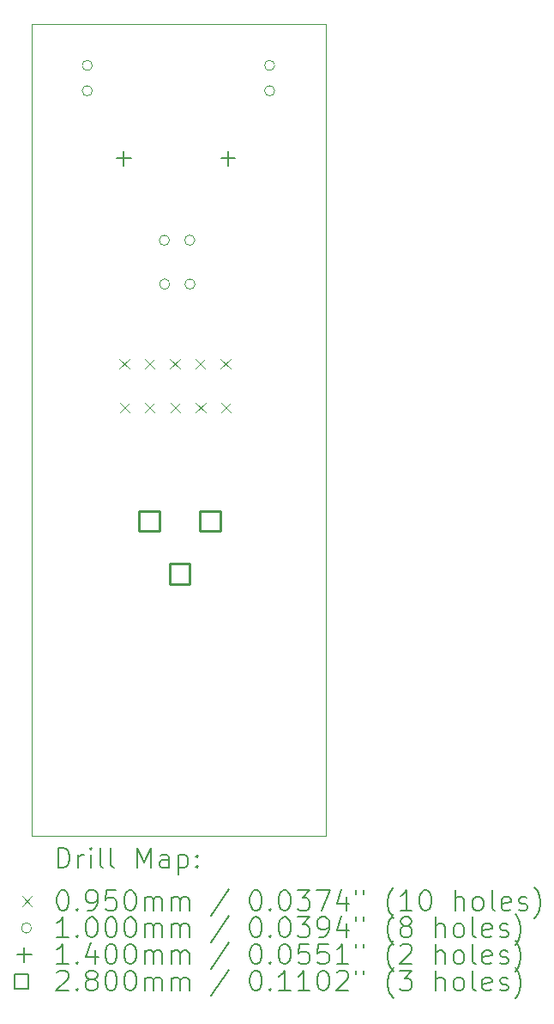
<source format=gbr>
%TF.GenerationSoftware,KiCad,Pcbnew,8.0.1*%
%TF.CreationDate,2024-12-04T21:12:48-05:00*%
%TF.ProjectId,solouno_sidepanel,736f6c6f-756e-46f5-9f73-69646570616e,rev?*%
%TF.SameCoordinates,Original*%
%TF.FileFunction,Drillmap*%
%TF.FilePolarity,Positive*%
%FSLAX45Y45*%
G04 Gerber Fmt 4.5, Leading zero omitted, Abs format (unit mm)*
G04 Created by KiCad (PCBNEW 8.0.1) date 2024-12-04 21:12:48*
%MOMM*%
%LPD*%
G01*
G04 APERTURE LIST*
%ADD10C,0.050000*%
%ADD11C,0.200000*%
%ADD12C,0.100000*%
%ADD13C,0.140000*%
%ADD14C,0.280000*%
G04 APERTURE END LIST*
D10*
X17529000Y-6355000D02*
X20429000Y-6355000D01*
X20429000Y-14355000D01*
X17529000Y-14355000D01*
X17529000Y-6355000D01*
D11*
D12*
X18395500Y-9653500D02*
X18490500Y-9748500D01*
X18490500Y-9653500D02*
X18395500Y-9748500D01*
X18398500Y-10086500D02*
X18493500Y-10181500D01*
X18493500Y-10086500D02*
X18398500Y-10181500D01*
X18645500Y-9653500D02*
X18740500Y-9748500D01*
X18740500Y-9653500D02*
X18645500Y-9748500D01*
X18648500Y-10086500D02*
X18743500Y-10181500D01*
X18743500Y-10086500D02*
X18648500Y-10181500D01*
X18895500Y-9653500D02*
X18990500Y-9748500D01*
X18990500Y-9653500D02*
X18895500Y-9748500D01*
X18898500Y-10086500D02*
X18993500Y-10181500D01*
X18993500Y-10086500D02*
X18898500Y-10181500D01*
X19145500Y-9653500D02*
X19240500Y-9748500D01*
X19240500Y-9653500D02*
X19145500Y-9748500D01*
X19148500Y-10086500D02*
X19243500Y-10181500D01*
X19243500Y-10086500D02*
X19148500Y-10181500D01*
X19395500Y-9653500D02*
X19490500Y-9748500D01*
X19490500Y-9653500D02*
X19395500Y-9748500D01*
X19398500Y-10086500D02*
X19493500Y-10181500D01*
X19493500Y-10086500D02*
X19398500Y-10181500D01*
X18127000Y-6760000D02*
G75*
G02*
X18027000Y-6760000I-50000J0D01*
G01*
X18027000Y-6760000D02*
G75*
G02*
X18127000Y-6760000I50000J0D01*
G01*
X18127000Y-7010000D02*
G75*
G02*
X18027000Y-7010000I-50000J0D01*
G01*
X18027000Y-7010000D02*
G75*
G02*
X18127000Y-7010000I50000J0D01*
G01*
X18888000Y-8483000D02*
G75*
G02*
X18788000Y-8483000I-50000J0D01*
G01*
X18788000Y-8483000D02*
G75*
G02*
X18888000Y-8483000I50000J0D01*
G01*
X18891000Y-8915000D02*
G75*
G02*
X18791000Y-8915000I-50000J0D01*
G01*
X18791000Y-8915000D02*
G75*
G02*
X18891000Y-8915000I50000J0D01*
G01*
X19138000Y-8483000D02*
G75*
G02*
X19038000Y-8483000I-50000J0D01*
G01*
X19038000Y-8483000D02*
G75*
G02*
X19138000Y-8483000I50000J0D01*
G01*
X19141000Y-8915000D02*
G75*
G02*
X19041000Y-8915000I-50000J0D01*
G01*
X19041000Y-8915000D02*
G75*
G02*
X19141000Y-8915000I50000J0D01*
G01*
X19927000Y-6760000D02*
G75*
G02*
X19827000Y-6760000I-50000J0D01*
G01*
X19827000Y-6760000D02*
G75*
G02*
X19927000Y-6760000I50000J0D01*
G01*
X19927000Y-7010000D02*
G75*
G02*
X19827000Y-7010000I-50000J0D01*
G01*
X19827000Y-7010000D02*
G75*
G02*
X19927000Y-7010000I50000J0D01*
G01*
D13*
X18438000Y-7607000D02*
X18438000Y-7747000D01*
X18368000Y-7677000D02*
X18508000Y-7677000D01*
X19469000Y-7607000D02*
X19469000Y-7747000D01*
X19399000Y-7677000D02*
X19539000Y-7677000D01*
D14*
X18788996Y-11349381D02*
X18788996Y-11151389D01*
X18591004Y-11151389D01*
X18591004Y-11349381D01*
X18788996Y-11349381D01*
X19088996Y-11868996D02*
X19088996Y-11671004D01*
X18891004Y-11671004D01*
X18891004Y-11868996D01*
X19088996Y-11868996D01*
X19388996Y-11349381D02*
X19388996Y-11151389D01*
X19191004Y-11151389D01*
X19191004Y-11349381D01*
X19388996Y-11349381D01*
D11*
X17787277Y-14668984D02*
X17787277Y-14468984D01*
X17787277Y-14468984D02*
X17834896Y-14468984D01*
X17834896Y-14468984D02*
X17863467Y-14478508D01*
X17863467Y-14478508D02*
X17882515Y-14497555D01*
X17882515Y-14497555D02*
X17892039Y-14516603D01*
X17892039Y-14516603D02*
X17901563Y-14554698D01*
X17901563Y-14554698D02*
X17901563Y-14583269D01*
X17901563Y-14583269D02*
X17892039Y-14621365D01*
X17892039Y-14621365D02*
X17882515Y-14640412D01*
X17882515Y-14640412D02*
X17863467Y-14659460D01*
X17863467Y-14659460D02*
X17834896Y-14668984D01*
X17834896Y-14668984D02*
X17787277Y-14668984D01*
X17987277Y-14668984D02*
X17987277Y-14535650D01*
X17987277Y-14573746D02*
X17996801Y-14554698D01*
X17996801Y-14554698D02*
X18006324Y-14545174D01*
X18006324Y-14545174D02*
X18025372Y-14535650D01*
X18025372Y-14535650D02*
X18044420Y-14535650D01*
X18111086Y-14668984D02*
X18111086Y-14535650D01*
X18111086Y-14468984D02*
X18101563Y-14478508D01*
X18101563Y-14478508D02*
X18111086Y-14488031D01*
X18111086Y-14488031D02*
X18120610Y-14478508D01*
X18120610Y-14478508D02*
X18111086Y-14468984D01*
X18111086Y-14468984D02*
X18111086Y-14488031D01*
X18234896Y-14668984D02*
X18215848Y-14659460D01*
X18215848Y-14659460D02*
X18206324Y-14640412D01*
X18206324Y-14640412D02*
X18206324Y-14468984D01*
X18339658Y-14668984D02*
X18320610Y-14659460D01*
X18320610Y-14659460D02*
X18311086Y-14640412D01*
X18311086Y-14640412D02*
X18311086Y-14468984D01*
X18568229Y-14668984D02*
X18568229Y-14468984D01*
X18568229Y-14468984D02*
X18634896Y-14611841D01*
X18634896Y-14611841D02*
X18701563Y-14468984D01*
X18701563Y-14468984D02*
X18701563Y-14668984D01*
X18882515Y-14668984D02*
X18882515Y-14564222D01*
X18882515Y-14564222D02*
X18872991Y-14545174D01*
X18872991Y-14545174D02*
X18853944Y-14535650D01*
X18853944Y-14535650D02*
X18815848Y-14535650D01*
X18815848Y-14535650D02*
X18796801Y-14545174D01*
X18882515Y-14659460D02*
X18863467Y-14668984D01*
X18863467Y-14668984D02*
X18815848Y-14668984D01*
X18815848Y-14668984D02*
X18796801Y-14659460D01*
X18796801Y-14659460D02*
X18787277Y-14640412D01*
X18787277Y-14640412D02*
X18787277Y-14621365D01*
X18787277Y-14621365D02*
X18796801Y-14602317D01*
X18796801Y-14602317D02*
X18815848Y-14592793D01*
X18815848Y-14592793D02*
X18863467Y-14592793D01*
X18863467Y-14592793D02*
X18882515Y-14583269D01*
X18977753Y-14535650D02*
X18977753Y-14735650D01*
X18977753Y-14545174D02*
X18996801Y-14535650D01*
X18996801Y-14535650D02*
X19034896Y-14535650D01*
X19034896Y-14535650D02*
X19053944Y-14545174D01*
X19053944Y-14545174D02*
X19063467Y-14554698D01*
X19063467Y-14554698D02*
X19072991Y-14573746D01*
X19072991Y-14573746D02*
X19072991Y-14630888D01*
X19072991Y-14630888D02*
X19063467Y-14649936D01*
X19063467Y-14649936D02*
X19053944Y-14659460D01*
X19053944Y-14659460D02*
X19034896Y-14668984D01*
X19034896Y-14668984D02*
X18996801Y-14668984D01*
X18996801Y-14668984D02*
X18977753Y-14659460D01*
X19158705Y-14649936D02*
X19168229Y-14659460D01*
X19168229Y-14659460D02*
X19158705Y-14668984D01*
X19158705Y-14668984D02*
X19149182Y-14659460D01*
X19149182Y-14659460D02*
X19158705Y-14649936D01*
X19158705Y-14649936D02*
X19158705Y-14668984D01*
X19158705Y-14545174D02*
X19168229Y-14554698D01*
X19168229Y-14554698D02*
X19158705Y-14564222D01*
X19158705Y-14564222D02*
X19149182Y-14554698D01*
X19149182Y-14554698D02*
X19158705Y-14545174D01*
X19158705Y-14545174D02*
X19158705Y-14564222D01*
D12*
X17431500Y-14950000D02*
X17526500Y-15045000D01*
X17526500Y-14950000D02*
X17431500Y-15045000D01*
D11*
X17825372Y-14888984D02*
X17844420Y-14888984D01*
X17844420Y-14888984D02*
X17863467Y-14898508D01*
X17863467Y-14898508D02*
X17872991Y-14908031D01*
X17872991Y-14908031D02*
X17882515Y-14927079D01*
X17882515Y-14927079D02*
X17892039Y-14965174D01*
X17892039Y-14965174D02*
X17892039Y-15012793D01*
X17892039Y-15012793D02*
X17882515Y-15050888D01*
X17882515Y-15050888D02*
X17872991Y-15069936D01*
X17872991Y-15069936D02*
X17863467Y-15079460D01*
X17863467Y-15079460D02*
X17844420Y-15088984D01*
X17844420Y-15088984D02*
X17825372Y-15088984D01*
X17825372Y-15088984D02*
X17806324Y-15079460D01*
X17806324Y-15079460D02*
X17796801Y-15069936D01*
X17796801Y-15069936D02*
X17787277Y-15050888D01*
X17787277Y-15050888D02*
X17777753Y-15012793D01*
X17777753Y-15012793D02*
X17777753Y-14965174D01*
X17777753Y-14965174D02*
X17787277Y-14927079D01*
X17787277Y-14927079D02*
X17796801Y-14908031D01*
X17796801Y-14908031D02*
X17806324Y-14898508D01*
X17806324Y-14898508D02*
X17825372Y-14888984D01*
X17977753Y-15069936D02*
X17987277Y-15079460D01*
X17987277Y-15079460D02*
X17977753Y-15088984D01*
X17977753Y-15088984D02*
X17968229Y-15079460D01*
X17968229Y-15079460D02*
X17977753Y-15069936D01*
X17977753Y-15069936D02*
X17977753Y-15088984D01*
X18082515Y-15088984D02*
X18120610Y-15088984D01*
X18120610Y-15088984D02*
X18139658Y-15079460D01*
X18139658Y-15079460D02*
X18149182Y-15069936D01*
X18149182Y-15069936D02*
X18168229Y-15041365D01*
X18168229Y-15041365D02*
X18177753Y-15003269D01*
X18177753Y-15003269D02*
X18177753Y-14927079D01*
X18177753Y-14927079D02*
X18168229Y-14908031D01*
X18168229Y-14908031D02*
X18158705Y-14898508D01*
X18158705Y-14898508D02*
X18139658Y-14888984D01*
X18139658Y-14888984D02*
X18101563Y-14888984D01*
X18101563Y-14888984D02*
X18082515Y-14898508D01*
X18082515Y-14898508D02*
X18072991Y-14908031D01*
X18072991Y-14908031D02*
X18063467Y-14927079D01*
X18063467Y-14927079D02*
X18063467Y-14974698D01*
X18063467Y-14974698D02*
X18072991Y-14993746D01*
X18072991Y-14993746D02*
X18082515Y-15003269D01*
X18082515Y-15003269D02*
X18101563Y-15012793D01*
X18101563Y-15012793D02*
X18139658Y-15012793D01*
X18139658Y-15012793D02*
X18158705Y-15003269D01*
X18158705Y-15003269D02*
X18168229Y-14993746D01*
X18168229Y-14993746D02*
X18177753Y-14974698D01*
X18358705Y-14888984D02*
X18263467Y-14888984D01*
X18263467Y-14888984D02*
X18253944Y-14984222D01*
X18253944Y-14984222D02*
X18263467Y-14974698D01*
X18263467Y-14974698D02*
X18282515Y-14965174D01*
X18282515Y-14965174D02*
X18330134Y-14965174D01*
X18330134Y-14965174D02*
X18349182Y-14974698D01*
X18349182Y-14974698D02*
X18358705Y-14984222D01*
X18358705Y-14984222D02*
X18368229Y-15003269D01*
X18368229Y-15003269D02*
X18368229Y-15050888D01*
X18368229Y-15050888D02*
X18358705Y-15069936D01*
X18358705Y-15069936D02*
X18349182Y-15079460D01*
X18349182Y-15079460D02*
X18330134Y-15088984D01*
X18330134Y-15088984D02*
X18282515Y-15088984D01*
X18282515Y-15088984D02*
X18263467Y-15079460D01*
X18263467Y-15079460D02*
X18253944Y-15069936D01*
X18492039Y-14888984D02*
X18511086Y-14888984D01*
X18511086Y-14888984D02*
X18530134Y-14898508D01*
X18530134Y-14898508D02*
X18539658Y-14908031D01*
X18539658Y-14908031D02*
X18549182Y-14927079D01*
X18549182Y-14927079D02*
X18558705Y-14965174D01*
X18558705Y-14965174D02*
X18558705Y-15012793D01*
X18558705Y-15012793D02*
X18549182Y-15050888D01*
X18549182Y-15050888D02*
X18539658Y-15069936D01*
X18539658Y-15069936D02*
X18530134Y-15079460D01*
X18530134Y-15079460D02*
X18511086Y-15088984D01*
X18511086Y-15088984D02*
X18492039Y-15088984D01*
X18492039Y-15088984D02*
X18472991Y-15079460D01*
X18472991Y-15079460D02*
X18463467Y-15069936D01*
X18463467Y-15069936D02*
X18453944Y-15050888D01*
X18453944Y-15050888D02*
X18444420Y-15012793D01*
X18444420Y-15012793D02*
X18444420Y-14965174D01*
X18444420Y-14965174D02*
X18453944Y-14927079D01*
X18453944Y-14927079D02*
X18463467Y-14908031D01*
X18463467Y-14908031D02*
X18472991Y-14898508D01*
X18472991Y-14898508D02*
X18492039Y-14888984D01*
X18644420Y-15088984D02*
X18644420Y-14955650D01*
X18644420Y-14974698D02*
X18653944Y-14965174D01*
X18653944Y-14965174D02*
X18672991Y-14955650D01*
X18672991Y-14955650D02*
X18701563Y-14955650D01*
X18701563Y-14955650D02*
X18720610Y-14965174D01*
X18720610Y-14965174D02*
X18730134Y-14984222D01*
X18730134Y-14984222D02*
X18730134Y-15088984D01*
X18730134Y-14984222D02*
X18739658Y-14965174D01*
X18739658Y-14965174D02*
X18758705Y-14955650D01*
X18758705Y-14955650D02*
X18787277Y-14955650D01*
X18787277Y-14955650D02*
X18806325Y-14965174D01*
X18806325Y-14965174D02*
X18815848Y-14984222D01*
X18815848Y-14984222D02*
X18815848Y-15088984D01*
X18911086Y-15088984D02*
X18911086Y-14955650D01*
X18911086Y-14974698D02*
X18920610Y-14965174D01*
X18920610Y-14965174D02*
X18939658Y-14955650D01*
X18939658Y-14955650D02*
X18968229Y-14955650D01*
X18968229Y-14955650D02*
X18987277Y-14965174D01*
X18987277Y-14965174D02*
X18996801Y-14984222D01*
X18996801Y-14984222D02*
X18996801Y-15088984D01*
X18996801Y-14984222D02*
X19006325Y-14965174D01*
X19006325Y-14965174D02*
X19025372Y-14955650D01*
X19025372Y-14955650D02*
X19053944Y-14955650D01*
X19053944Y-14955650D02*
X19072991Y-14965174D01*
X19072991Y-14965174D02*
X19082515Y-14984222D01*
X19082515Y-14984222D02*
X19082515Y-15088984D01*
X19472991Y-14879460D02*
X19301563Y-15136603D01*
X19730134Y-14888984D02*
X19749182Y-14888984D01*
X19749182Y-14888984D02*
X19768229Y-14898508D01*
X19768229Y-14898508D02*
X19777753Y-14908031D01*
X19777753Y-14908031D02*
X19787277Y-14927079D01*
X19787277Y-14927079D02*
X19796801Y-14965174D01*
X19796801Y-14965174D02*
X19796801Y-15012793D01*
X19796801Y-15012793D02*
X19787277Y-15050888D01*
X19787277Y-15050888D02*
X19777753Y-15069936D01*
X19777753Y-15069936D02*
X19768229Y-15079460D01*
X19768229Y-15079460D02*
X19749182Y-15088984D01*
X19749182Y-15088984D02*
X19730134Y-15088984D01*
X19730134Y-15088984D02*
X19711087Y-15079460D01*
X19711087Y-15079460D02*
X19701563Y-15069936D01*
X19701563Y-15069936D02*
X19692039Y-15050888D01*
X19692039Y-15050888D02*
X19682515Y-15012793D01*
X19682515Y-15012793D02*
X19682515Y-14965174D01*
X19682515Y-14965174D02*
X19692039Y-14927079D01*
X19692039Y-14927079D02*
X19701563Y-14908031D01*
X19701563Y-14908031D02*
X19711087Y-14898508D01*
X19711087Y-14898508D02*
X19730134Y-14888984D01*
X19882515Y-15069936D02*
X19892039Y-15079460D01*
X19892039Y-15079460D02*
X19882515Y-15088984D01*
X19882515Y-15088984D02*
X19872991Y-15079460D01*
X19872991Y-15079460D02*
X19882515Y-15069936D01*
X19882515Y-15069936D02*
X19882515Y-15088984D01*
X20015848Y-14888984D02*
X20034896Y-14888984D01*
X20034896Y-14888984D02*
X20053944Y-14898508D01*
X20053944Y-14898508D02*
X20063468Y-14908031D01*
X20063468Y-14908031D02*
X20072991Y-14927079D01*
X20072991Y-14927079D02*
X20082515Y-14965174D01*
X20082515Y-14965174D02*
X20082515Y-15012793D01*
X20082515Y-15012793D02*
X20072991Y-15050888D01*
X20072991Y-15050888D02*
X20063468Y-15069936D01*
X20063468Y-15069936D02*
X20053944Y-15079460D01*
X20053944Y-15079460D02*
X20034896Y-15088984D01*
X20034896Y-15088984D02*
X20015848Y-15088984D01*
X20015848Y-15088984D02*
X19996801Y-15079460D01*
X19996801Y-15079460D02*
X19987277Y-15069936D01*
X19987277Y-15069936D02*
X19977753Y-15050888D01*
X19977753Y-15050888D02*
X19968229Y-15012793D01*
X19968229Y-15012793D02*
X19968229Y-14965174D01*
X19968229Y-14965174D02*
X19977753Y-14927079D01*
X19977753Y-14927079D02*
X19987277Y-14908031D01*
X19987277Y-14908031D02*
X19996801Y-14898508D01*
X19996801Y-14898508D02*
X20015848Y-14888984D01*
X20149182Y-14888984D02*
X20272991Y-14888984D01*
X20272991Y-14888984D02*
X20206325Y-14965174D01*
X20206325Y-14965174D02*
X20234896Y-14965174D01*
X20234896Y-14965174D02*
X20253944Y-14974698D01*
X20253944Y-14974698D02*
X20263468Y-14984222D01*
X20263468Y-14984222D02*
X20272991Y-15003269D01*
X20272991Y-15003269D02*
X20272991Y-15050888D01*
X20272991Y-15050888D02*
X20263468Y-15069936D01*
X20263468Y-15069936D02*
X20253944Y-15079460D01*
X20253944Y-15079460D02*
X20234896Y-15088984D01*
X20234896Y-15088984D02*
X20177753Y-15088984D01*
X20177753Y-15088984D02*
X20158706Y-15079460D01*
X20158706Y-15079460D02*
X20149182Y-15069936D01*
X20339658Y-14888984D02*
X20472991Y-14888984D01*
X20472991Y-14888984D02*
X20387277Y-15088984D01*
X20634896Y-14955650D02*
X20634896Y-15088984D01*
X20587277Y-14879460D02*
X20539658Y-15022317D01*
X20539658Y-15022317D02*
X20663468Y-15022317D01*
X20730134Y-14888984D02*
X20730134Y-14927079D01*
X20806325Y-14888984D02*
X20806325Y-14927079D01*
X21101563Y-15165174D02*
X21092039Y-15155650D01*
X21092039Y-15155650D02*
X21072991Y-15127079D01*
X21072991Y-15127079D02*
X21063468Y-15108031D01*
X21063468Y-15108031D02*
X21053944Y-15079460D01*
X21053944Y-15079460D02*
X21044420Y-15031841D01*
X21044420Y-15031841D02*
X21044420Y-14993746D01*
X21044420Y-14993746D02*
X21053944Y-14946127D01*
X21053944Y-14946127D02*
X21063468Y-14917555D01*
X21063468Y-14917555D02*
X21072991Y-14898508D01*
X21072991Y-14898508D02*
X21092039Y-14869936D01*
X21092039Y-14869936D02*
X21101563Y-14860412D01*
X21282515Y-15088984D02*
X21168230Y-15088984D01*
X21225372Y-15088984D02*
X21225372Y-14888984D01*
X21225372Y-14888984D02*
X21206325Y-14917555D01*
X21206325Y-14917555D02*
X21187277Y-14936603D01*
X21187277Y-14936603D02*
X21168230Y-14946127D01*
X21406325Y-14888984D02*
X21425372Y-14888984D01*
X21425372Y-14888984D02*
X21444420Y-14898508D01*
X21444420Y-14898508D02*
X21453944Y-14908031D01*
X21453944Y-14908031D02*
X21463468Y-14927079D01*
X21463468Y-14927079D02*
X21472991Y-14965174D01*
X21472991Y-14965174D02*
X21472991Y-15012793D01*
X21472991Y-15012793D02*
X21463468Y-15050888D01*
X21463468Y-15050888D02*
X21453944Y-15069936D01*
X21453944Y-15069936D02*
X21444420Y-15079460D01*
X21444420Y-15079460D02*
X21425372Y-15088984D01*
X21425372Y-15088984D02*
X21406325Y-15088984D01*
X21406325Y-15088984D02*
X21387277Y-15079460D01*
X21387277Y-15079460D02*
X21377753Y-15069936D01*
X21377753Y-15069936D02*
X21368230Y-15050888D01*
X21368230Y-15050888D02*
X21358706Y-15012793D01*
X21358706Y-15012793D02*
X21358706Y-14965174D01*
X21358706Y-14965174D02*
X21368230Y-14927079D01*
X21368230Y-14927079D02*
X21377753Y-14908031D01*
X21377753Y-14908031D02*
X21387277Y-14898508D01*
X21387277Y-14898508D02*
X21406325Y-14888984D01*
X21711087Y-15088984D02*
X21711087Y-14888984D01*
X21796801Y-15088984D02*
X21796801Y-14984222D01*
X21796801Y-14984222D02*
X21787277Y-14965174D01*
X21787277Y-14965174D02*
X21768230Y-14955650D01*
X21768230Y-14955650D02*
X21739658Y-14955650D01*
X21739658Y-14955650D02*
X21720611Y-14965174D01*
X21720611Y-14965174D02*
X21711087Y-14974698D01*
X21920611Y-15088984D02*
X21901563Y-15079460D01*
X21901563Y-15079460D02*
X21892039Y-15069936D01*
X21892039Y-15069936D02*
X21882515Y-15050888D01*
X21882515Y-15050888D02*
X21882515Y-14993746D01*
X21882515Y-14993746D02*
X21892039Y-14974698D01*
X21892039Y-14974698D02*
X21901563Y-14965174D01*
X21901563Y-14965174D02*
X21920611Y-14955650D01*
X21920611Y-14955650D02*
X21949182Y-14955650D01*
X21949182Y-14955650D02*
X21968230Y-14965174D01*
X21968230Y-14965174D02*
X21977753Y-14974698D01*
X21977753Y-14974698D02*
X21987277Y-14993746D01*
X21987277Y-14993746D02*
X21987277Y-15050888D01*
X21987277Y-15050888D02*
X21977753Y-15069936D01*
X21977753Y-15069936D02*
X21968230Y-15079460D01*
X21968230Y-15079460D02*
X21949182Y-15088984D01*
X21949182Y-15088984D02*
X21920611Y-15088984D01*
X22101563Y-15088984D02*
X22082515Y-15079460D01*
X22082515Y-15079460D02*
X22072992Y-15060412D01*
X22072992Y-15060412D02*
X22072992Y-14888984D01*
X22253944Y-15079460D02*
X22234896Y-15088984D01*
X22234896Y-15088984D02*
X22196801Y-15088984D01*
X22196801Y-15088984D02*
X22177753Y-15079460D01*
X22177753Y-15079460D02*
X22168230Y-15060412D01*
X22168230Y-15060412D02*
X22168230Y-14984222D01*
X22168230Y-14984222D02*
X22177753Y-14965174D01*
X22177753Y-14965174D02*
X22196801Y-14955650D01*
X22196801Y-14955650D02*
X22234896Y-14955650D01*
X22234896Y-14955650D02*
X22253944Y-14965174D01*
X22253944Y-14965174D02*
X22263468Y-14984222D01*
X22263468Y-14984222D02*
X22263468Y-15003269D01*
X22263468Y-15003269D02*
X22168230Y-15022317D01*
X22339658Y-15079460D02*
X22358706Y-15088984D01*
X22358706Y-15088984D02*
X22396801Y-15088984D01*
X22396801Y-15088984D02*
X22415849Y-15079460D01*
X22415849Y-15079460D02*
X22425372Y-15060412D01*
X22425372Y-15060412D02*
X22425372Y-15050888D01*
X22425372Y-15050888D02*
X22415849Y-15031841D01*
X22415849Y-15031841D02*
X22396801Y-15022317D01*
X22396801Y-15022317D02*
X22368230Y-15022317D01*
X22368230Y-15022317D02*
X22349182Y-15012793D01*
X22349182Y-15012793D02*
X22339658Y-14993746D01*
X22339658Y-14993746D02*
X22339658Y-14984222D01*
X22339658Y-14984222D02*
X22349182Y-14965174D01*
X22349182Y-14965174D02*
X22368230Y-14955650D01*
X22368230Y-14955650D02*
X22396801Y-14955650D01*
X22396801Y-14955650D02*
X22415849Y-14965174D01*
X22492039Y-15165174D02*
X22501563Y-15155650D01*
X22501563Y-15155650D02*
X22520611Y-15127079D01*
X22520611Y-15127079D02*
X22530134Y-15108031D01*
X22530134Y-15108031D02*
X22539658Y-15079460D01*
X22539658Y-15079460D02*
X22549182Y-15031841D01*
X22549182Y-15031841D02*
X22549182Y-14993746D01*
X22549182Y-14993746D02*
X22539658Y-14946127D01*
X22539658Y-14946127D02*
X22530134Y-14917555D01*
X22530134Y-14917555D02*
X22520611Y-14898508D01*
X22520611Y-14898508D02*
X22501563Y-14869936D01*
X22501563Y-14869936D02*
X22492039Y-14860412D01*
D12*
X17526500Y-15261500D02*
G75*
G02*
X17426500Y-15261500I-50000J0D01*
G01*
X17426500Y-15261500D02*
G75*
G02*
X17526500Y-15261500I50000J0D01*
G01*
D11*
X17892039Y-15352984D02*
X17777753Y-15352984D01*
X17834896Y-15352984D02*
X17834896Y-15152984D01*
X17834896Y-15152984D02*
X17815848Y-15181555D01*
X17815848Y-15181555D02*
X17796801Y-15200603D01*
X17796801Y-15200603D02*
X17777753Y-15210127D01*
X17977753Y-15333936D02*
X17987277Y-15343460D01*
X17987277Y-15343460D02*
X17977753Y-15352984D01*
X17977753Y-15352984D02*
X17968229Y-15343460D01*
X17968229Y-15343460D02*
X17977753Y-15333936D01*
X17977753Y-15333936D02*
X17977753Y-15352984D01*
X18111086Y-15152984D02*
X18130134Y-15152984D01*
X18130134Y-15152984D02*
X18149182Y-15162508D01*
X18149182Y-15162508D02*
X18158705Y-15172031D01*
X18158705Y-15172031D02*
X18168229Y-15191079D01*
X18168229Y-15191079D02*
X18177753Y-15229174D01*
X18177753Y-15229174D02*
X18177753Y-15276793D01*
X18177753Y-15276793D02*
X18168229Y-15314888D01*
X18168229Y-15314888D02*
X18158705Y-15333936D01*
X18158705Y-15333936D02*
X18149182Y-15343460D01*
X18149182Y-15343460D02*
X18130134Y-15352984D01*
X18130134Y-15352984D02*
X18111086Y-15352984D01*
X18111086Y-15352984D02*
X18092039Y-15343460D01*
X18092039Y-15343460D02*
X18082515Y-15333936D01*
X18082515Y-15333936D02*
X18072991Y-15314888D01*
X18072991Y-15314888D02*
X18063467Y-15276793D01*
X18063467Y-15276793D02*
X18063467Y-15229174D01*
X18063467Y-15229174D02*
X18072991Y-15191079D01*
X18072991Y-15191079D02*
X18082515Y-15172031D01*
X18082515Y-15172031D02*
X18092039Y-15162508D01*
X18092039Y-15162508D02*
X18111086Y-15152984D01*
X18301563Y-15152984D02*
X18320610Y-15152984D01*
X18320610Y-15152984D02*
X18339658Y-15162508D01*
X18339658Y-15162508D02*
X18349182Y-15172031D01*
X18349182Y-15172031D02*
X18358705Y-15191079D01*
X18358705Y-15191079D02*
X18368229Y-15229174D01*
X18368229Y-15229174D02*
X18368229Y-15276793D01*
X18368229Y-15276793D02*
X18358705Y-15314888D01*
X18358705Y-15314888D02*
X18349182Y-15333936D01*
X18349182Y-15333936D02*
X18339658Y-15343460D01*
X18339658Y-15343460D02*
X18320610Y-15352984D01*
X18320610Y-15352984D02*
X18301563Y-15352984D01*
X18301563Y-15352984D02*
X18282515Y-15343460D01*
X18282515Y-15343460D02*
X18272991Y-15333936D01*
X18272991Y-15333936D02*
X18263467Y-15314888D01*
X18263467Y-15314888D02*
X18253944Y-15276793D01*
X18253944Y-15276793D02*
X18253944Y-15229174D01*
X18253944Y-15229174D02*
X18263467Y-15191079D01*
X18263467Y-15191079D02*
X18272991Y-15172031D01*
X18272991Y-15172031D02*
X18282515Y-15162508D01*
X18282515Y-15162508D02*
X18301563Y-15152984D01*
X18492039Y-15152984D02*
X18511086Y-15152984D01*
X18511086Y-15152984D02*
X18530134Y-15162508D01*
X18530134Y-15162508D02*
X18539658Y-15172031D01*
X18539658Y-15172031D02*
X18549182Y-15191079D01*
X18549182Y-15191079D02*
X18558705Y-15229174D01*
X18558705Y-15229174D02*
X18558705Y-15276793D01*
X18558705Y-15276793D02*
X18549182Y-15314888D01*
X18549182Y-15314888D02*
X18539658Y-15333936D01*
X18539658Y-15333936D02*
X18530134Y-15343460D01*
X18530134Y-15343460D02*
X18511086Y-15352984D01*
X18511086Y-15352984D02*
X18492039Y-15352984D01*
X18492039Y-15352984D02*
X18472991Y-15343460D01*
X18472991Y-15343460D02*
X18463467Y-15333936D01*
X18463467Y-15333936D02*
X18453944Y-15314888D01*
X18453944Y-15314888D02*
X18444420Y-15276793D01*
X18444420Y-15276793D02*
X18444420Y-15229174D01*
X18444420Y-15229174D02*
X18453944Y-15191079D01*
X18453944Y-15191079D02*
X18463467Y-15172031D01*
X18463467Y-15172031D02*
X18472991Y-15162508D01*
X18472991Y-15162508D02*
X18492039Y-15152984D01*
X18644420Y-15352984D02*
X18644420Y-15219650D01*
X18644420Y-15238698D02*
X18653944Y-15229174D01*
X18653944Y-15229174D02*
X18672991Y-15219650D01*
X18672991Y-15219650D02*
X18701563Y-15219650D01*
X18701563Y-15219650D02*
X18720610Y-15229174D01*
X18720610Y-15229174D02*
X18730134Y-15248222D01*
X18730134Y-15248222D02*
X18730134Y-15352984D01*
X18730134Y-15248222D02*
X18739658Y-15229174D01*
X18739658Y-15229174D02*
X18758705Y-15219650D01*
X18758705Y-15219650D02*
X18787277Y-15219650D01*
X18787277Y-15219650D02*
X18806325Y-15229174D01*
X18806325Y-15229174D02*
X18815848Y-15248222D01*
X18815848Y-15248222D02*
X18815848Y-15352984D01*
X18911086Y-15352984D02*
X18911086Y-15219650D01*
X18911086Y-15238698D02*
X18920610Y-15229174D01*
X18920610Y-15229174D02*
X18939658Y-15219650D01*
X18939658Y-15219650D02*
X18968229Y-15219650D01*
X18968229Y-15219650D02*
X18987277Y-15229174D01*
X18987277Y-15229174D02*
X18996801Y-15248222D01*
X18996801Y-15248222D02*
X18996801Y-15352984D01*
X18996801Y-15248222D02*
X19006325Y-15229174D01*
X19006325Y-15229174D02*
X19025372Y-15219650D01*
X19025372Y-15219650D02*
X19053944Y-15219650D01*
X19053944Y-15219650D02*
X19072991Y-15229174D01*
X19072991Y-15229174D02*
X19082515Y-15248222D01*
X19082515Y-15248222D02*
X19082515Y-15352984D01*
X19472991Y-15143460D02*
X19301563Y-15400603D01*
X19730134Y-15152984D02*
X19749182Y-15152984D01*
X19749182Y-15152984D02*
X19768229Y-15162508D01*
X19768229Y-15162508D02*
X19777753Y-15172031D01*
X19777753Y-15172031D02*
X19787277Y-15191079D01*
X19787277Y-15191079D02*
X19796801Y-15229174D01*
X19796801Y-15229174D02*
X19796801Y-15276793D01*
X19796801Y-15276793D02*
X19787277Y-15314888D01*
X19787277Y-15314888D02*
X19777753Y-15333936D01*
X19777753Y-15333936D02*
X19768229Y-15343460D01*
X19768229Y-15343460D02*
X19749182Y-15352984D01*
X19749182Y-15352984D02*
X19730134Y-15352984D01*
X19730134Y-15352984D02*
X19711087Y-15343460D01*
X19711087Y-15343460D02*
X19701563Y-15333936D01*
X19701563Y-15333936D02*
X19692039Y-15314888D01*
X19692039Y-15314888D02*
X19682515Y-15276793D01*
X19682515Y-15276793D02*
X19682515Y-15229174D01*
X19682515Y-15229174D02*
X19692039Y-15191079D01*
X19692039Y-15191079D02*
X19701563Y-15172031D01*
X19701563Y-15172031D02*
X19711087Y-15162508D01*
X19711087Y-15162508D02*
X19730134Y-15152984D01*
X19882515Y-15333936D02*
X19892039Y-15343460D01*
X19892039Y-15343460D02*
X19882515Y-15352984D01*
X19882515Y-15352984D02*
X19872991Y-15343460D01*
X19872991Y-15343460D02*
X19882515Y-15333936D01*
X19882515Y-15333936D02*
X19882515Y-15352984D01*
X20015848Y-15152984D02*
X20034896Y-15152984D01*
X20034896Y-15152984D02*
X20053944Y-15162508D01*
X20053944Y-15162508D02*
X20063468Y-15172031D01*
X20063468Y-15172031D02*
X20072991Y-15191079D01*
X20072991Y-15191079D02*
X20082515Y-15229174D01*
X20082515Y-15229174D02*
X20082515Y-15276793D01*
X20082515Y-15276793D02*
X20072991Y-15314888D01*
X20072991Y-15314888D02*
X20063468Y-15333936D01*
X20063468Y-15333936D02*
X20053944Y-15343460D01*
X20053944Y-15343460D02*
X20034896Y-15352984D01*
X20034896Y-15352984D02*
X20015848Y-15352984D01*
X20015848Y-15352984D02*
X19996801Y-15343460D01*
X19996801Y-15343460D02*
X19987277Y-15333936D01*
X19987277Y-15333936D02*
X19977753Y-15314888D01*
X19977753Y-15314888D02*
X19968229Y-15276793D01*
X19968229Y-15276793D02*
X19968229Y-15229174D01*
X19968229Y-15229174D02*
X19977753Y-15191079D01*
X19977753Y-15191079D02*
X19987277Y-15172031D01*
X19987277Y-15172031D02*
X19996801Y-15162508D01*
X19996801Y-15162508D02*
X20015848Y-15152984D01*
X20149182Y-15152984D02*
X20272991Y-15152984D01*
X20272991Y-15152984D02*
X20206325Y-15229174D01*
X20206325Y-15229174D02*
X20234896Y-15229174D01*
X20234896Y-15229174D02*
X20253944Y-15238698D01*
X20253944Y-15238698D02*
X20263468Y-15248222D01*
X20263468Y-15248222D02*
X20272991Y-15267269D01*
X20272991Y-15267269D02*
X20272991Y-15314888D01*
X20272991Y-15314888D02*
X20263468Y-15333936D01*
X20263468Y-15333936D02*
X20253944Y-15343460D01*
X20253944Y-15343460D02*
X20234896Y-15352984D01*
X20234896Y-15352984D02*
X20177753Y-15352984D01*
X20177753Y-15352984D02*
X20158706Y-15343460D01*
X20158706Y-15343460D02*
X20149182Y-15333936D01*
X20368229Y-15352984D02*
X20406325Y-15352984D01*
X20406325Y-15352984D02*
X20425372Y-15343460D01*
X20425372Y-15343460D02*
X20434896Y-15333936D01*
X20434896Y-15333936D02*
X20453944Y-15305365D01*
X20453944Y-15305365D02*
X20463468Y-15267269D01*
X20463468Y-15267269D02*
X20463468Y-15191079D01*
X20463468Y-15191079D02*
X20453944Y-15172031D01*
X20453944Y-15172031D02*
X20444420Y-15162508D01*
X20444420Y-15162508D02*
X20425372Y-15152984D01*
X20425372Y-15152984D02*
X20387277Y-15152984D01*
X20387277Y-15152984D02*
X20368229Y-15162508D01*
X20368229Y-15162508D02*
X20358706Y-15172031D01*
X20358706Y-15172031D02*
X20349182Y-15191079D01*
X20349182Y-15191079D02*
X20349182Y-15238698D01*
X20349182Y-15238698D02*
X20358706Y-15257746D01*
X20358706Y-15257746D02*
X20368229Y-15267269D01*
X20368229Y-15267269D02*
X20387277Y-15276793D01*
X20387277Y-15276793D02*
X20425372Y-15276793D01*
X20425372Y-15276793D02*
X20444420Y-15267269D01*
X20444420Y-15267269D02*
X20453944Y-15257746D01*
X20453944Y-15257746D02*
X20463468Y-15238698D01*
X20634896Y-15219650D02*
X20634896Y-15352984D01*
X20587277Y-15143460D02*
X20539658Y-15286317D01*
X20539658Y-15286317D02*
X20663468Y-15286317D01*
X20730134Y-15152984D02*
X20730134Y-15191079D01*
X20806325Y-15152984D02*
X20806325Y-15191079D01*
X21101563Y-15429174D02*
X21092039Y-15419650D01*
X21092039Y-15419650D02*
X21072991Y-15391079D01*
X21072991Y-15391079D02*
X21063468Y-15372031D01*
X21063468Y-15372031D02*
X21053944Y-15343460D01*
X21053944Y-15343460D02*
X21044420Y-15295841D01*
X21044420Y-15295841D02*
X21044420Y-15257746D01*
X21044420Y-15257746D02*
X21053944Y-15210127D01*
X21053944Y-15210127D02*
X21063468Y-15181555D01*
X21063468Y-15181555D02*
X21072991Y-15162508D01*
X21072991Y-15162508D02*
X21092039Y-15133936D01*
X21092039Y-15133936D02*
X21101563Y-15124412D01*
X21206325Y-15238698D02*
X21187277Y-15229174D01*
X21187277Y-15229174D02*
X21177753Y-15219650D01*
X21177753Y-15219650D02*
X21168230Y-15200603D01*
X21168230Y-15200603D02*
X21168230Y-15191079D01*
X21168230Y-15191079D02*
X21177753Y-15172031D01*
X21177753Y-15172031D02*
X21187277Y-15162508D01*
X21187277Y-15162508D02*
X21206325Y-15152984D01*
X21206325Y-15152984D02*
X21244420Y-15152984D01*
X21244420Y-15152984D02*
X21263468Y-15162508D01*
X21263468Y-15162508D02*
X21272991Y-15172031D01*
X21272991Y-15172031D02*
X21282515Y-15191079D01*
X21282515Y-15191079D02*
X21282515Y-15200603D01*
X21282515Y-15200603D02*
X21272991Y-15219650D01*
X21272991Y-15219650D02*
X21263468Y-15229174D01*
X21263468Y-15229174D02*
X21244420Y-15238698D01*
X21244420Y-15238698D02*
X21206325Y-15238698D01*
X21206325Y-15238698D02*
X21187277Y-15248222D01*
X21187277Y-15248222D02*
X21177753Y-15257746D01*
X21177753Y-15257746D02*
X21168230Y-15276793D01*
X21168230Y-15276793D02*
X21168230Y-15314888D01*
X21168230Y-15314888D02*
X21177753Y-15333936D01*
X21177753Y-15333936D02*
X21187277Y-15343460D01*
X21187277Y-15343460D02*
X21206325Y-15352984D01*
X21206325Y-15352984D02*
X21244420Y-15352984D01*
X21244420Y-15352984D02*
X21263468Y-15343460D01*
X21263468Y-15343460D02*
X21272991Y-15333936D01*
X21272991Y-15333936D02*
X21282515Y-15314888D01*
X21282515Y-15314888D02*
X21282515Y-15276793D01*
X21282515Y-15276793D02*
X21272991Y-15257746D01*
X21272991Y-15257746D02*
X21263468Y-15248222D01*
X21263468Y-15248222D02*
X21244420Y-15238698D01*
X21520611Y-15352984D02*
X21520611Y-15152984D01*
X21606325Y-15352984D02*
X21606325Y-15248222D01*
X21606325Y-15248222D02*
X21596801Y-15229174D01*
X21596801Y-15229174D02*
X21577753Y-15219650D01*
X21577753Y-15219650D02*
X21549182Y-15219650D01*
X21549182Y-15219650D02*
X21530134Y-15229174D01*
X21530134Y-15229174D02*
X21520611Y-15238698D01*
X21730134Y-15352984D02*
X21711087Y-15343460D01*
X21711087Y-15343460D02*
X21701563Y-15333936D01*
X21701563Y-15333936D02*
X21692039Y-15314888D01*
X21692039Y-15314888D02*
X21692039Y-15257746D01*
X21692039Y-15257746D02*
X21701563Y-15238698D01*
X21701563Y-15238698D02*
X21711087Y-15229174D01*
X21711087Y-15229174D02*
X21730134Y-15219650D01*
X21730134Y-15219650D02*
X21758706Y-15219650D01*
X21758706Y-15219650D02*
X21777753Y-15229174D01*
X21777753Y-15229174D02*
X21787277Y-15238698D01*
X21787277Y-15238698D02*
X21796801Y-15257746D01*
X21796801Y-15257746D02*
X21796801Y-15314888D01*
X21796801Y-15314888D02*
X21787277Y-15333936D01*
X21787277Y-15333936D02*
X21777753Y-15343460D01*
X21777753Y-15343460D02*
X21758706Y-15352984D01*
X21758706Y-15352984D02*
X21730134Y-15352984D01*
X21911087Y-15352984D02*
X21892039Y-15343460D01*
X21892039Y-15343460D02*
X21882515Y-15324412D01*
X21882515Y-15324412D02*
X21882515Y-15152984D01*
X22063468Y-15343460D02*
X22044420Y-15352984D01*
X22044420Y-15352984D02*
X22006325Y-15352984D01*
X22006325Y-15352984D02*
X21987277Y-15343460D01*
X21987277Y-15343460D02*
X21977753Y-15324412D01*
X21977753Y-15324412D02*
X21977753Y-15248222D01*
X21977753Y-15248222D02*
X21987277Y-15229174D01*
X21987277Y-15229174D02*
X22006325Y-15219650D01*
X22006325Y-15219650D02*
X22044420Y-15219650D01*
X22044420Y-15219650D02*
X22063468Y-15229174D01*
X22063468Y-15229174D02*
X22072992Y-15248222D01*
X22072992Y-15248222D02*
X22072992Y-15267269D01*
X22072992Y-15267269D02*
X21977753Y-15286317D01*
X22149182Y-15343460D02*
X22168230Y-15352984D01*
X22168230Y-15352984D02*
X22206325Y-15352984D01*
X22206325Y-15352984D02*
X22225373Y-15343460D01*
X22225373Y-15343460D02*
X22234896Y-15324412D01*
X22234896Y-15324412D02*
X22234896Y-15314888D01*
X22234896Y-15314888D02*
X22225373Y-15295841D01*
X22225373Y-15295841D02*
X22206325Y-15286317D01*
X22206325Y-15286317D02*
X22177753Y-15286317D01*
X22177753Y-15286317D02*
X22158706Y-15276793D01*
X22158706Y-15276793D02*
X22149182Y-15257746D01*
X22149182Y-15257746D02*
X22149182Y-15248222D01*
X22149182Y-15248222D02*
X22158706Y-15229174D01*
X22158706Y-15229174D02*
X22177753Y-15219650D01*
X22177753Y-15219650D02*
X22206325Y-15219650D01*
X22206325Y-15219650D02*
X22225373Y-15229174D01*
X22301563Y-15429174D02*
X22311087Y-15419650D01*
X22311087Y-15419650D02*
X22330134Y-15391079D01*
X22330134Y-15391079D02*
X22339658Y-15372031D01*
X22339658Y-15372031D02*
X22349182Y-15343460D01*
X22349182Y-15343460D02*
X22358706Y-15295841D01*
X22358706Y-15295841D02*
X22358706Y-15257746D01*
X22358706Y-15257746D02*
X22349182Y-15210127D01*
X22349182Y-15210127D02*
X22339658Y-15181555D01*
X22339658Y-15181555D02*
X22330134Y-15162508D01*
X22330134Y-15162508D02*
X22311087Y-15133936D01*
X22311087Y-15133936D02*
X22301563Y-15124412D01*
D13*
X17456500Y-15455500D02*
X17456500Y-15595500D01*
X17386500Y-15525500D02*
X17526500Y-15525500D01*
D11*
X17892039Y-15616984D02*
X17777753Y-15616984D01*
X17834896Y-15616984D02*
X17834896Y-15416984D01*
X17834896Y-15416984D02*
X17815848Y-15445555D01*
X17815848Y-15445555D02*
X17796801Y-15464603D01*
X17796801Y-15464603D02*
X17777753Y-15474127D01*
X17977753Y-15597936D02*
X17987277Y-15607460D01*
X17987277Y-15607460D02*
X17977753Y-15616984D01*
X17977753Y-15616984D02*
X17968229Y-15607460D01*
X17968229Y-15607460D02*
X17977753Y-15597936D01*
X17977753Y-15597936D02*
X17977753Y-15616984D01*
X18158705Y-15483650D02*
X18158705Y-15616984D01*
X18111086Y-15407460D02*
X18063467Y-15550317D01*
X18063467Y-15550317D02*
X18187277Y-15550317D01*
X18301563Y-15416984D02*
X18320610Y-15416984D01*
X18320610Y-15416984D02*
X18339658Y-15426508D01*
X18339658Y-15426508D02*
X18349182Y-15436031D01*
X18349182Y-15436031D02*
X18358705Y-15455079D01*
X18358705Y-15455079D02*
X18368229Y-15493174D01*
X18368229Y-15493174D02*
X18368229Y-15540793D01*
X18368229Y-15540793D02*
X18358705Y-15578888D01*
X18358705Y-15578888D02*
X18349182Y-15597936D01*
X18349182Y-15597936D02*
X18339658Y-15607460D01*
X18339658Y-15607460D02*
X18320610Y-15616984D01*
X18320610Y-15616984D02*
X18301563Y-15616984D01*
X18301563Y-15616984D02*
X18282515Y-15607460D01*
X18282515Y-15607460D02*
X18272991Y-15597936D01*
X18272991Y-15597936D02*
X18263467Y-15578888D01*
X18263467Y-15578888D02*
X18253944Y-15540793D01*
X18253944Y-15540793D02*
X18253944Y-15493174D01*
X18253944Y-15493174D02*
X18263467Y-15455079D01*
X18263467Y-15455079D02*
X18272991Y-15436031D01*
X18272991Y-15436031D02*
X18282515Y-15426508D01*
X18282515Y-15426508D02*
X18301563Y-15416984D01*
X18492039Y-15416984D02*
X18511086Y-15416984D01*
X18511086Y-15416984D02*
X18530134Y-15426508D01*
X18530134Y-15426508D02*
X18539658Y-15436031D01*
X18539658Y-15436031D02*
X18549182Y-15455079D01*
X18549182Y-15455079D02*
X18558705Y-15493174D01*
X18558705Y-15493174D02*
X18558705Y-15540793D01*
X18558705Y-15540793D02*
X18549182Y-15578888D01*
X18549182Y-15578888D02*
X18539658Y-15597936D01*
X18539658Y-15597936D02*
X18530134Y-15607460D01*
X18530134Y-15607460D02*
X18511086Y-15616984D01*
X18511086Y-15616984D02*
X18492039Y-15616984D01*
X18492039Y-15616984D02*
X18472991Y-15607460D01*
X18472991Y-15607460D02*
X18463467Y-15597936D01*
X18463467Y-15597936D02*
X18453944Y-15578888D01*
X18453944Y-15578888D02*
X18444420Y-15540793D01*
X18444420Y-15540793D02*
X18444420Y-15493174D01*
X18444420Y-15493174D02*
X18453944Y-15455079D01*
X18453944Y-15455079D02*
X18463467Y-15436031D01*
X18463467Y-15436031D02*
X18472991Y-15426508D01*
X18472991Y-15426508D02*
X18492039Y-15416984D01*
X18644420Y-15616984D02*
X18644420Y-15483650D01*
X18644420Y-15502698D02*
X18653944Y-15493174D01*
X18653944Y-15493174D02*
X18672991Y-15483650D01*
X18672991Y-15483650D02*
X18701563Y-15483650D01*
X18701563Y-15483650D02*
X18720610Y-15493174D01*
X18720610Y-15493174D02*
X18730134Y-15512222D01*
X18730134Y-15512222D02*
X18730134Y-15616984D01*
X18730134Y-15512222D02*
X18739658Y-15493174D01*
X18739658Y-15493174D02*
X18758705Y-15483650D01*
X18758705Y-15483650D02*
X18787277Y-15483650D01*
X18787277Y-15483650D02*
X18806325Y-15493174D01*
X18806325Y-15493174D02*
X18815848Y-15512222D01*
X18815848Y-15512222D02*
X18815848Y-15616984D01*
X18911086Y-15616984D02*
X18911086Y-15483650D01*
X18911086Y-15502698D02*
X18920610Y-15493174D01*
X18920610Y-15493174D02*
X18939658Y-15483650D01*
X18939658Y-15483650D02*
X18968229Y-15483650D01*
X18968229Y-15483650D02*
X18987277Y-15493174D01*
X18987277Y-15493174D02*
X18996801Y-15512222D01*
X18996801Y-15512222D02*
X18996801Y-15616984D01*
X18996801Y-15512222D02*
X19006325Y-15493174D01*
X19006325Y-15493174D02*
X19025372Y-15483650D01*
X19025372Y-15483650D02*
X19053944Y-15483650D01*
X19053944Y-15483650D02*
X19072991Y-15493174D01*
X19072991Y-15493174D02*
X19082515Y-15512222D01*
X19082515Y-15512222D02*
X19082515Y-15616984D01*
X19472991Y-15407460D02*
X19301563Y-15664603D01*
X19730134Y-15416984D02*
X19749182Y-15416984D01*
X19749182Y-15416984D02*
X19768229Y-15426508D01*
X19768229Y-15426508D02*
X19777753Y-15436031D01*
X19777753Y-15436031D02*
X19787277Y-15455079D01*
X19787277Y-15455079D02*
X19796801Y-15493174D01*
X19796801Y-15493174D02*
X19796801Y-15540793D01*
X19796801Y-15540793D02*
X19787277Y-15578888D01*
X19787277Y-15578888D02*
X19777753Y-15597936D01*
X19777753Y-15597936D02*
X19768229Y-15607460D01*
X19768229Y-15607460D02*
X19749182Y-15616984D01*
X19749182Y-15616984D02*
X19730134Y-15616984D01*
X19730134Y-15616984D02*
X19711087Y-15607460D01*
X19711087Y-15607460D02*
X19701563Y-15597936D01*
X19701563Y-15597936D02*
X19692039Y-15578888D01*
X19692039Y-15578888D02*
X19682515Y-15540793D01*
X19682515Y-15540793D02*
X19682515Y-15493174D01*
X19682515Y-15493174D02*
X19692039Y-15455079D01*
X19692039Y-15455079D02*
X19701563Y-15436031D01*
X19701563Y-15436031D02*
X19711087Y-15426508D01*
X19711087Y-15426508D02*
X19730134Y-15416984D01*
X19882515Y-15597936D02*
X19892039Y-15607460D01*
X19892039Y-15607460D02*
X19882515Y-15616984D01*
X19882515Y-15616984D02*
X19872991Y-15607460D01*
X19872991Y-15607460D02*
X19882515Y-15597936D01*
X19882515Y-15597936D02*
X19882515Y-15616984D01*
X20015848Y-15416984D02*
X20034896Y-15416984D01*
X20034896Y-15416984D02*
X20053944Y-15426508D01*
X20053944Y-15426508D02*
X20063468Y-15436031D01*
X20063468Y-15436031D02*
X20072991Y-15455079D01*
X20072991Y-15455079D02*
X20082515Y-15493174D01*
X20082515Y-15493174D02*
X20082515Y-15540793D01*
X20082515Y-15540793D02*
X20072991Y-15578888D01*
X20072991Y-15578888D02*
X20063468Y-15597936D01*
X20063468Y-15597936D02*
X20053944Y-15607460D01*
X20053944Y-15607460D02*
X20034896Y-15616984D01*
X20034896Y-15616984D02*
X20015848Y-15616984D01*
X20015848Y-15616984D02*
X19996801Y-15607460D01*
X19996801Y-15607460D02*
X19987277Y-15597936D01*
X19987277Y-15597936D02*
X19977753Y-15578888D01*
X19977753Y-15578888D02*
X19968229Y-15540793D01*
X19968229Y-15540793D02*
X19968229Y-15493174D01*
X19968229Y-15493174D02*
X19977753Y-15455079D01*
X19977753Y-15455079D02*
X19987277Y-15436031D01*
X19987277Y-15436031D02*
X19996801Y-15426508D01*
X19996801Y-15426508D02*
X20015848Y-15416984D01*
X20263468Y-15416984D02*
X20168229Y-15416984D01*
X20168229Y-15416984D02*
X20158706Y-15512222D01*
X20158706Y-15512222D02*
X20168229Y-15502698D01*
X20168229Y-15502698D02*
X20187277Y-15493174D01*
X20187277Y-15493174D02*
X20234896Y-15493174D01*
X20234896Y-15493174D02*
X20253944Y-15502698D01*
X20253944Y-15502698D02*
X20263468Y-15512222D01*
X20263468Y-15512222D02*
X20272991Y-15531269D01*
X20272991Y-15531269D02*
X20272991Y-15578888D01*
X20272991Y-15578888D02*
X20263468Y-15597936D01*
X20263468Y-15597936D02*
X20253944Y-15607460D01*
X20253944Y-15607460D02*
X20234896Y-15616984D01*
X20234896Y-15616984D02*
X20187277Y-15616984D01*
X20187277Y-15616984D02*
X20168229Y-15607460D01*
X20168229Y-15607460D02*
X20158706Y-15597936D01*
X20453944Y-15416984D02*
X20358706Y-15416984D01*
X20358706Y-15416984D02*
X20349182Y-15512222D01*
X20349182Y-15512222D02*
X20358706Y-15502698D01*
X20358706Y-15502698D02*
X20377753Y-15493174D01*
X20377753Y-15493174D02*
X20425372Y-15493174D01*
X20425372Y-15493174D02*
X20444420Y-15502698D01*
X20444420Y-15502698D02*
X20453944Y-15512222D01*
X20453944Y-15512222D02*
X20463468Y-15531269D01*
X20463468Y-15531269D02*
X20463468Y-15578888D01*
X20463468Y-15578888D02*
X20453944Y-15597936D01*
X20453944Y-15597936D02*
X20444420Y-15607460D01*
X20444420Y-15607460D02*
X20425372Y-15616984D01*
X20425372Y-15616984D02*
X20377753Y-15616984D01*
X20377753Y-15616984D02*
X20358706Y-15607460D01*
X20358706Y-15607460D02*
X20349182Y-15597936D01*
X20653944Y-15616984D02*
X20539658Y-15616984D01*
X20596801Y-15616984D02*
X20596801Y-15416984D01*
X20596801Y-15416984D02*
X20577753Y-15445555D01*
X20577753Y-15445555D02*
X20558706Y-15464603D01*
X20558706Y-15464603D02*
X20539658Y-15474127D01*
X20730134Y-15416984D02*
X20730134Y-15455079D01*
X20806325Y-15416984D02*
X20806325Y-15455079D01*
X21101563Y-15693174D02*
X21092039Y-15683650D01*
X21092039Y-15683650D02*
X21072991Y-15655079D01*
X21072991Y-15655079D02*
X21063468Y-15636031D01*
X21063468Y-15636031D02*
X21053944Y-15607460D01*
X21053944Y-15607460D02*
X21044420Y-15559841D01*
X21044420Y-15559841D02*
X21044420Y-15521746D01*
X21044420Y-15521746D02*
X21053944Y-15474127D01*
X21053944Y-15474127D02*
X21063468Y-15445555D01*
X21063468Y-15445555D02*
X21072991Y-15426508D01*
X21072991Y-15426508D02*
X21092039Y-15397936D01*
X21092039Y-15397936D02*
X21101563Y-15388412D01*
X21168230Y-15436031D02*
X21177753Y-15426508D01*
X21177753Y-15426508D02*
X21196801Y-15416984D01*
X21196801Y-15416984D02*
X21244420Y-15416984D01*
X21244420Y-15416984D02*
X21263468Y-15426508D01*
X21263468Y-15426508D02*
X21272991Y-15436031D01*
X21272991Y-15436031D02*
X21282515Y-15455079D01*
X21282515Y-15455079D02*
X21282515Y-15474127D01*
X21282515Y-15474127D02*
X21272991Y-15502698D01*
X21272991Y-15502698D02*
X21158706Y-15616984D01*
X21158706Y-15616984D02*
X21282515Y-15616984D01*
X21520611Y-15616984D02*
X21520611Y-15416984D01*
X21606325Y-15616984D02*
X21606325Y-15512222D01*
X21606325Y-15512222D02*
X21596801Y-15493174D01*
X21596801Y-15493174D02*
X21577753Y-15483650D01*
X21577753Y-15483650D02*
X21549182Y-15483650D01*
X21549182Y-15483650D02*
X21530134Y-15493174D01*
X21530134Y-15493174D02*
X21520611Y-15502698D01*
X21730134Y-15616984D02*
X21711087Y-15607460D01*
X21711087Y-15607460D02*
X21701563Y-15597936D01*
X21701563Y-15597936D02*
X21692039Y-15578888D01*
X21692039Y-15578888D02*
X21692039Y-15521746D01*
X21692039Y-15521746D02*
X21701563Y-15502698D01*
X21701563Y-15502698D02*
X21711087Y-15493174D01*
X21711087Y-15493174D02*
X21730134Y-15483650D01*
X21730134Y-15483650D02*
X21758706Y-15483650D01*
X21758706Y-15483650D02*
X21777753Y-15493174D01*
X21777753Y-15493174D02*
X21787277Y-15502698D01*
X21787277Y-15502698D02*
X21796801Y-15521746D01*
X21796801Y-15521746D02*
X21796801Y-15578888D01*
X21796801Y-15578888D02*
X21787277Y-15597936D01*
X21787277Y-15597936D02*
X21777753Y-15607460D01*
X21777753Y-15607460D02*
X21758706Y-15616984D01*
X21758706Y-15616984D02*
X21730134Y-15616984D01*
X21911087Y-15616984D02*
X21892039Y-15607460D01*
X21892039Y-15607460D02*
X21882515Y-15588412D01*
X21882515Y-15588412D02*
X21882515Y-15416984D01*
X22063468Y-15607460D02*
X22044420Y-15616984D01*
X22044420Y-15616984D02*
X22006325Y-15616984D01*
X22006325Y-15616984D02*
X21987277Y-15607460D01*
X21987277Y-15607460D02*
X21977753Y-15588412D01*
X21977753Y-15588412D02*
X21977753Y-15512222D01*
X21977753Y-15512222D02*
X21987277Y-15493174D01*
X21987277Y-15493174D02*
X22006325Y-15483650D01*
X22006325Y-15483650D02*
X22044420Y-15483650D01*
X22044420Y-15483650D02*
X22063468Y-15493174D01*
X22063468Y-15493174D02*
X22072992Y-15512222D01*
X22072992Y-15512222D02*
X22072992Y-15531269D01*
X22072992Y-15531269D02*
X21977753Y-15550317D01*
X22149182Y-15607460D02*
X22168230Y-15616984D01*
X22168230Y-15616984D02*
X22206325Y-15616984D01*
X22206325Y-15616984D02*
X22225373Y-15607460D01*
X22225373Y-15607460D02*
X22234896Y-15588412D01*
X22234896Y-15588412D02*
X22234896Y-15578888D01*
X22234896Y-15578888D02*
X22225373Y-15559841D01*
X22225373Y-15559841D02*
X22206325Y-15550317D01*
X22206325Y-15550317D02*
X22177753Y-15550317D01*
X22177753Y-15550317D02*
X22158706Y-15540793D01*
X22158706Y-15540793D02*
X22149182Y-15521746D01*
X22149182Y-15521746D02*
X22149182Y-15512222D01*
X22149182Y-15512222D02*
X22158706Y-15493174D01*
X22158706Y-15493174D02*
X22177753Y-15483650D01*
X22177753Y-15483650D02*
X22206325Y-15483650D01*
X22206325Y-15483650D02*
X22225373Y-15493174D01*
X22301563Y-15693174D02*
X22311087Y-15683650D01*
X22311087Y-15683650D02*
X22330134Y-15655079D01*
X22330134Y-15655079D02*
X22339658Y-15636031D01*
X22339658Y-15636031D02*
X22349182Y-15607460D01*
X22349182Y-15607460D02*
X22358706Y-15559841D01*
X22358706Y-15559841D02*
X22358706Y-15521746D01*
X22358706Y-15521746D02*
X22349182Y-15474127D01*
X22349182Y-15474127D02*
X22339658Y-15445555D01*
X22339658Y-15445555D02*
X22330134Y-15426508D01*
X22330134Y-15426508D02*
X22311087Y-15397936D01*
X22311087Y-15397936D02*
X22301563Y-15388412D01*
X17497211Y-15860211D02*
X17497211Y-15718789D01*
X17355789Y-15718789D01*
X17355789Y-15860211D01*
X17497211Y-15860211D01*
X17777753Y-15700031D02*
X17787277Y-15690508D01*
X17787277Y-15690508D02*
X17806324Y-15680984D01*
X17806324Y-15680984D02*
X17853944Y-15680984D01*
X17853944Y-15680984D02*
X17872991Y-15690508D01*
X17872991Y-15690508D02*
X17882515Y-15700031D01*
X17882515Y-15700031D02*
X17892039Y-15719079D01*
X17892039Y-15719079D02*
X17892039Y-15738127D01*
X17892039Y-15738127D02*
X17882515Y-15766698D01*
X17882515Y-15766698D02*
X17768229Y-15880984D01*
X17768229Y-15880984D02*
X17892039Y-15880984D01*
X17977753Y-15861936D02*
X17987277Y-15871460D01*
X17987277Y-15871460D02*
X17977753Y-15880984D01*
X17977753Y-15880984D02*
X17968229Y-15871460D01*
X17968229Y-15871460D02*
X17977753Y-15861936D01*
X17977753Y-15861936D02*
X17977753Y-15880984D01*
X18101563Y-15766698D02*
X18082515Y-15757174D01*
X18082515Y-15757174D02*
X18072991Y-15747650D01*
X18072991Y-15747650D02*
X18063467Y-15728603D01*
X18063467Y-15728603D02*
X18063467Y-15719079D01*
X18063467Y-15719079D02*
X18072991Y-15700031D01*
X18072991Y-15700031D02*
X18082515Y-15690508D01*
X18082515Y-15690508D02*
X18101563Y-15680984D01*
X18101563Y-15680984D02*
X18139658Y-15680984D01*
X18139658Y-15680984D02*
X18158705Y-15690508D01*
X18158705Y-15690508D02*
X18168229Y-15700031D01*
X18168229Y-15700031D02*
X18177753Y-15719079D01*
X18177753Y-15719079D02*
X18177753Y-15728603D01*
X18177753Y-15728603D02*
X18168229Y-15747650D01*
X18168229Y-15747650D02*
X18158705Y-15757174D01*
X18158705Y-15757174D02*
X18139658Y-15766698D01*
X18139658Y-15766698D02*
X18101563Y-15766698D01*
X18101563Y-15766698D02*
X18082515Y-15776222D01*
X18082515Y-15776222D02*
X18072991Y-15785746D01*
X18072991Y-15785746D02*
X18063467Y-15804793D01*
X18063467Y-15804793D02*
X18063467Y-15842888D01*
X18063467Y-15842888D02*
X18072991Y-15861936D01*
X18072991Y-15861936D02*
X18082515Y-15871460D01*
X18082515Y-15871460D02*
X18101563Y-15880984D01*
X18101563Y-15880984D02*
X18139658Y-15880984D01*
X18139658Y-15880984D02*
X18158705Y-15871460D01*
X18158705Y-15871460D02*
X18168229Y-15861936D01*
X18168229Y-15861936D02*
X18177753Y-15842888D01*
X18177753Y-15842888D02*
X18177753Y-15804793D01*
X18177753Y-15804793D02*
X18168229Y-15785746D01*
X18168229Y-15785746D02*
X18158705Y-15776222D01*
X18158705Y-15776222D02*
X18139658Y-15766698D01*
X18301563Y-15680984D02*
X18320610Y-15680984D01*
X18320610Y-15680984D02*
X18339658Y-15690508D01*
X18339658Y-15690508D02*
X18349182Y-15700031D01*
X18349182Y-15700031D02*
X18358705Y-15719079D01*
X18358705Y-15719079D02*
X18368229Y-15757174D01*
X18368229Y-15757174D02*
X18368229Y-15804793D01*
X18368229Y-15804793D02*
X18358705Y-15842888D01*
X18358705Y-15842888D02*
X18349182Y-15861936D01*
X18349182Y-15861936D02*
X18339658Y-15871460D01*
X18339658Y-15871460D02*
X18320610Y-15880984D01*
X18320610Y-15880984D02*
X18301563Y-15880984D01*
X18301563Y-15880984D02*
X18282515Y-15871460D01*
X18282515Y-15871460D02*
X18272991Y-15861936D01*
X18272991Y-15861936D02*
X18263467Y-15842888D01*
X18263467Y-15842888D02*
X18253944Y-15804793D01*
X18253944Y-15804793D02*
X18253944Y-15757174D01*
X18253944Y-15757174D02*
X18263467Y-15719079D01*
X18263467Y-15719079D02*
X18272991Y-15700031D01*
X18272991Y-15700031D02*
X18282515Y-15690508D01*
X18282515Y-15690508D02*
X18301563Y-15680984D01*
X18492039Y-15680984D02*
X18511086Y-15680984D01*
X18511086Y-15680984D02*
X18530134Y-15690508D01*
X18530134Y-15690508D02*
X18539658Y-15700031D01*
X18539658Y-15700031D02*
X18549182Y-15719079D01*
X18549182Y-15719079D02*
X18558705Y-15757174D01*
X18558705Y-15757174D02*
X18558705Y-15804793D01*
X18558705Y-15804793D02*
X18549182Y-15842888D01*
X18549182Y-15842888D02*
X18539658Y-15861936D01*
X18539658Y-15861936D02*
X18530134Y-15871460D01*
X18530134Y-15871460D02*
X18511086Y-15880984D01*
X18511086Y-15880984D02*
X18492039Y-15880984D01*
X18492039Y-15880984D02*
X18472991Y-15871460D01*
X18472991Y-15871460D02*
X18463467Y-15861936D01*
X18463467Y-15861936D02*
X18453944Y-15842888D01*
X18453944Y-15842888D02*
X18444420Y-15804793D01*
X18444420Y-15804793D02*
X18444420Y-15757174D01*
X18444420Y-15757174D02*
X18453944Y-15719079D01*
X18453944Y-15719079D02*
X18463467Y-15700031D01*
X18463467Y-15700031D02*
X18472991Y-15690508D01*
X18472991Y-15690508D02*
X18492039Y-15680984D01*
X18644420Y-15880984D02*
X18644420Y-15747650D01*
X18644420Y-15766698D02*
X18653944Y-15757174D01*
X18653944Y-15757174D02*
X18672991Y-15747650D01*
X18672991Y-15747650D02*
X18701563Y-15747650D01*
X18701563Y-15747650D02*
X18720610Y-15757174D01*
X18720610Y-15757174D02*
X18730134Y-15776222D01*
X18730134Y-15776222D02*
X18730134Y-15880984D01*
X18730134Y-15776222D02*
X18739658Y-15757174D01*
X18739658Y-15757174D02*
X18758705Y-15747650D01*
X18758705Y-15747650D02*
X18787277Y-15747650D01*
X18787277Y-15747650D02*
X18806325Y-15757174D01*
X18806325Y-15757174D02*
X18815848Y-15776222D01*
X18815848Y-15776222D02*
X18815848Y-15880984D01*
X18911086Y-15880984D02*
X18911086Y-15747650D01*
X18911086Y-15766698D02*
X18920610Y-15757174D01*
X18920610Y-15757174D02*
X18939658Y-15747650D01*
X18939658Y-15747650D02*
X18968229Y-15747650D01*
X18968229Y-15747650D02*
X18987277Y-15757174D01*
X18987277Y-15757174D02*
X18996801Y-15776222D01*
X18996801Y-15776222D02*
X18996801Y-15880984D01*
X18996801Y-15776222D02*
X19006325Y-15757174D01*
X19006325Y-15757174D02*
X19025372Y-15747650D01*
X19025372Y-15747650D02*
X19053944Y-15747650D01*
X19053944Y-15747650D02*
X19072991Y-15757174D01*
X19072991Y-15757174D02*
X19082515Y-15776222D01*
X19082515Y-15776222D02*
X19082515Y-15880984D01*
X19472991Y-15671460D02*
X19301563Y-15928603D01*
X19730134Y-15680984D02*
X19749182Y-15680984D01*
X19749182Y-15680984D02*
X19768229Y-15690508D01*
X19768229Y-15690508D02*
X19777753Y-15700031D01*
X19777753Y-15700031D02*
X19787277Y-15719079D01*
X19787277Y-15719079D02*
X19796801Y-15757174D01*
X19796801Y-15757174D02*
X19796801Y-15804793D01*
X19796801Y-15804793D02*
X19787277Y-15842888D01*
X19787277Y-15842888D02*
X19777753Y-15861936D01*
X19777753Y-15861936D02*
X19768229Y-15871460D01*
X19768229Y-15871460D02*
X19749182Y-15880984D01*
X19749182Y-15880984D02*
X19730134Y-15880984D01*
X19730134Y-15880984D02*
X19711087Y-15871460D01*
X19711087Y-15871460D02*
X19701563Y-15861936D01*
X19701563Y-15861936D02*
X19692039Y-15842888D01*
X19692039Y-15842888D02*
X19682515Y-15804793D01*
X19682515Y-15804793D02*
X19682515Y-15757174D01*
X19682515Y-15757174D02*
X19692039Y-15719079D01*
X19692039Y-15719079D02*
X19701563Y-15700031D01*
X19701563Y-15700031D02*
X19711087Y-15690508D01*
X19711087Y-15690508D02*
X19730134Y-15680984D01*
X19882515Y-15861936D02*
X19892039Y-15871460D01*
X19892039Y-15871460D02*
X19882515Y-15880984D01*
X19882515Y-15880984D02*
X19872991Y-15871460D01*
X19872991Y-15871460D02*
X19882515Y-15861936D01*
X19882515Y-15861936D02*
X19882515Y-15880984D01*
X20082515Y-15880984D02*
X19968229Y-15880984D01*
X20025372Y-15880984D02*
X20025372Y-15680984D01*
X20025372Y-15680984D02*
X20006325Y-15709555D01*
X20006325Y-15709555D02*
X19987277Y-15728603D01*
X19987277Y-15728603D02*
X19968229Y-15738127D01*
X20272991Y-15880984D02*
X20158706Y-15880984D01*
X20215848Y-15880984D02*
X20215848Y-15680984D01*
X20215848Y-15680984D02*
X20196801Y-15709555D01*
X20196801Y-15709555D02*
X20177753Y-15728603D01*
X20177753Y-15728603D02*
X20158706Y-15738127D01*
X20396801Y-15680984D02*
X20415849Y-15680984D01*
X20415849Y-15680984D02*
X20434896Y-15690508D01*
X20434896Y-15690508D02*
X20444420Y-15700031D01*
X20444420Y-15700031D02*
X20453944Y-15719079D01*
X20453944Y-15719079D02*
X20463468Y-15757174D01*
X20463468Y-15757174D02*
X20463468Y-15804793D01*
X20463468Y-15804793D02*
X20453944Y-15842888D01*
X20453944Y-15842888D02*
X20444420Y-15861936D01*
X20444420Y-15861936D02*
X20434896Y-15871460D01*
X20434896Y-15871460D02*
X20415849Y-15880984D01*
X20415849Y-15880984D02*
X20396801Y-15880984D01*
X20396801Y-15880984D02*
X20377753Y-15871460D01*
X20377753Y-15871460D02*
X20368229Y-15861936D01*
X20368229Y-15861936D02*
X20358706Y-15842888D01*
X20358706Y-15842888D02*
X20349182Y-15804793D01*
X20349182Y-15804793D02*
X20349182Y-15757174D01*
X20349182Y-15757174D02*
X20358706Y-15719079D01*
X20358706Y-15719079D02*
X20368229Y-15700031D01*
X20368229Y-15700031D02*
X20377753Y-15690508D01*
X20377753Y-15690508D02*
X20396801Y-15680984D01*
X20539658Y-15700031D02*
X20549182Y-15690508D01*
X20549182Y-15690508D02*
X20568229Y-15680984D01*
X20568229Y-15680984D02*
X20615849Y-15680984D01*
X20615849Y-15680984D02*
X20634896Y-15690508D01*
X20634896Y-15690508D02*
X20644420Y-15700031D01*
X20644420Y-15700031D02*
X20653944Y-15719079D01*
X20653944Y-15719079D02*
X20653944Y-15738127D01*
X20653944Y-15738127D02*
X20644420Y-15766698D01*
X20644420Y-15766698D02*
X20530134Y-15880984D01*
X20530134Y-15880984D02*
X20653944Y-15880984D01*
X20730134Y-15680984D02*
X20730134Y-15719079D01*
X20806325Y-15680984D02*
X20806325Y-15719079D01*
X21101563Y-15957174D02*
X21092039Y-15947650D01*
X21092039Y-15947650D02*
X21072991Y-15919079D01*
X21072991Y-15919079D02*
X21063468Y-15900031D01*
X21063468Y-15900031D02*
X21053944Y-15871460D01*
X21053944Y-15871460D02*
X21044420Y-15823841D01*
X21044420Y-15823841D02*
X21044420Y-15785746D01*
X21044420Y-15785746D02*
X21053944Y-15738127D01*
X21053944Y-15738127D02*
X21063468Y-15709555D01*
X21063468Y-15709555D02*
X21072991Y-15690508D01*
X21072991Y-15690508D02*
X21092039Y-15661936D01*
X21092039Y-15661936D02*
X21101563Y-15652412D01*
X21158706Y-15680984D02*
X21282515Y-15680984D01*
X21282515Y-15680984D02*
X21215849Y-15757174D01*
X21215849Y-15757174D02*
X21244420Y-15757174D01*
X21244420Y-15757174D02*
X21263468Y-15766698D01*
X21263468Y-15766698D02*
X21272991Y-15776222D01*
X21272991Y-15776222D02*
X21282515Y-15795269D01*
X21282515Y-15795269D02*
X21282515Y-15842888D01*
X21282515Y-15842888D02*
X21272991Y-15861936D01*
X21272991Y-15861936D02*
X21263468Y-15871460D01*
X21263468Y-15871460D02*
X21244420Y-15880984D01*
X21244420Y-15880984D02*
X21187277Y-15880984D01*
X21187277Y-15880984D02*
X21168230Y-15871460D01*
X21168230Y-15871460D02*
X21158706Y-15861936D01*
X21520611Y-15880984D02*
X21520611Y-15680984D01*
X21606325Y-15880984D02*
X21606325Y-15776222D01*
X21606325Y-15776222D02*
X21596801Y-15757174D01*
X21596801Y-15757174D02*
X21577753Y-15747650D01*
X21577753Y-15747650D02*
X21549182Y-15747650D01*
X21549182Y-15747650D02*
X21530134Y-15757174D01*
X21530134Y-15757174D02*
X21520611Y-15766698D01*
X21730134Y-15880984D02*
X21711087Y-15871460D01*
X21711087Y-15871460D02*
X21701563Y-15861936D01*
X21701563Y-15861936D02*
X21692039Y-15842888D01*
X21692039Y-15842888D02*
X21692039Y-15785746D01*
X21692039Y-15785746D02*
X21701563Y-15766698D01*
X21701563Y-15766698D02*
X21711087Y-15757174D01*
X21711087Y-15757174D02*
X21730134Y-15747650D01*
X21730134Y-15747650D02*
X21758706Y-15747650D01*
X21758706Y-15747650D02*
X21777753Y-15757174D01*
X21777753Y-15757174D02*
X21787277Y-15766698D01*
X21787277Y-15766698D02*
X21796801Y-15785746D01*
X21796801Y-15785746D02*
X21796801Y-15842888D01*
X21796801Y-15842888D02*
X21787277Y-15861936D01*
X21787277Y-15861936D02*
X21777753Y-15871460D01*
X21777753Y-15871460D02*
X21758706Y-15880984D01*
X21758706Y-15880984D02*
X21730134Y-15880984D01*
X21911087Y-15880984D02*
X21892039Y-15871460D01*
X21892039Y-15871460D02*
X21882515Y-15852412D01*
X21882515Y-15852412D02*
X21882515Y-15680984D01*
X22063468Y-15871460D02*
X22044420Y-15880984D01*
X22044420Y-15880984D02*
X22006325Y-15880984D01*
X22006325Y-15880984D02*
X21987277Y-15871460D01*
X21987277Y-15871460D02*
X21977753Y-15852412D01*
X21977753Y-15852412D02*
X21977753Y-15776222D01*
X21977753Y-15776222D02*
X21987277Y-15757174D01*
X21987277Y-15757174D02*
X22006325Y-15747650D01*
X22006325Y-15747650D02*
X22044420Y-15747650D01*
X22044420Y-15747650D02*
X22063468Y-15757174D01*
X22063468Y-15757174D02*
X22072992Y-15776222D01*
X22072992Y-15776222D02*
X22072992Y-15795269D01*
X22072992Y-15795269D02*
X21977753Y-15814317D01*
X22149182Y-15871460D02*
X22168230Y-15880984D01*
X22168230Y-15880984D02*
X22206325Y-15880984D01*
X22206325Y-15880984D02*
X22225373Y-15871460D01*
X22225373Y-15871460D02*
X22234896Y-15852412D01*
X22234896Y-15852412D02*
X22234896Y-15842888D01*
X22234896Y-15842888D02*
X22225373Y-15823841D01*
X22225373Y-15823841D02*
X22206325Y-15814317D01*
X22206325Y-15814317D02*
X22177753Y-15814317D01*
X22177753Y-15814317D02*
X22158706Y-15804793D01*
X22158706Y-15804793D02*
X22149182Y-15785746D01*
X22149182Y-15785746D02*
X22149182Y-15776222D01*
X22149182Y-15776222D02*
X22158706Y-15757174D01*
X22158706Y-15757174D02*
X22177753Y-15747650D01*
X22177753Y-15747650D02*
X22206325Y-15747650D01*
X22206325Y-15747650D02*
X22225373Y-15757174D01*
X22301563Y-15957174D02*
X22311087Y-15947650D01*
X22311087Y-15947650D02*
X22330134Y-15919079D01*
X22330134Y-15919079D02*
X22339658Y-15900031D01*
X22339658Y-15900031D02*
X22349182Y-15871460D01*
X22349182Y-15871460D02*
X22358706Y-15823841D01*
X22358706Y-15823841D02*
X22358706Y-15785746D01*
X22358706Y-15785746D02*
X22349182Y-15738127D01*
X22349182Y-15738127D02*
X22339658Y-15709555D01*
X22339658Y-15709555D02*
X22330134Y-15690508D01*
X22330134Y-15690508D02*
X22311087Y-15661936D01*
X22311087Y-15661936D02*
X22301563Y-15652412D01*
M02*

</source>
